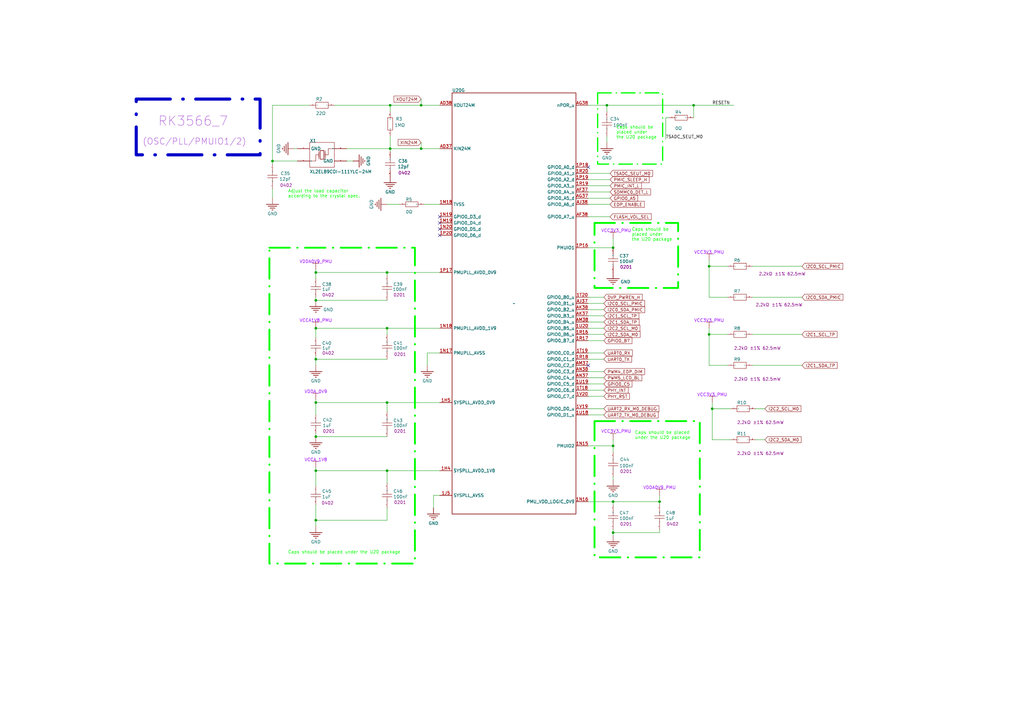
<source format=kicad_sch>
(kicad_sch (version 20250114) (generator "eeschema") (generator_version "9.0")
  (paper "A3")
  (rectangle (start 110.49 101.6) (end 170.18 231.14) (stroke (width 0.762) (type dash_dot) (color 0 255 0 1)))
  (rectangle (start 243.84 91.44) (end 278.13 118.11) (stroke (width 0.762) (type dash_dot) (color 0 255 0 1)))
  (rectangle (start 55.88 40.64) (end 106.68 63.5) (stroke (width 1.27) (type dash_dot)))
  (rectangle (start 245.11 38.1) (end 271.78 67.31) (stroke (width 0.508) (type dash_dot) (color 0 255 0 1)))
  (rectangle (start 243.84 172.72) (end 287.02 228.6) (stroke (width 0.762) (type dash_dot) (color 0 255 0 1)))
  (text "(OSC/PLL/PMUIO1/2)" (at 58.42 59.69 0) (effects (font (size 2.54 2.54)) (justify left bottom)))
  (text "Caps should be \nplaced under \nthe U20 package" (at 259.08 99.06 0) (effects (font (size 1.27 1.27)) (justify left bottom)))
  (text "RK3566_7" (at 64.77 52.07 0) (effects (font (size 3.81 3.81)) (justify left bottom)))
  (text "Adjust the load capacitor\naccording to the crystal spec." (at 118.11 81.28 0) (effects (font (size 1.27 1.27)) (justify left bottom)))
  (text "Caps should be \nplaced under \nthe U20 package" (at 252.73 57.15 0) (effects (font (size 1.27 1.27)) (justify left bottom)))
  (text "Caps should be placed under the U20 package" (at 118.11 227.33 0) (effects (font (size 1.27 1.27)) (justify left bottom)))
  (text "Caps should be placed \nunder the U20 package" (at 260.35 180.34 0) (effects (font (size 1.27 1.27)) (justify left bottom)))
  (junction (at 129.54 147.32))
  (junction (at 129.54 123.19))
  (junction (at 251.46 182.88))
  (junction (at 129.54 134.62))
  (junction (at 172.72 60.96))
  (junction (at 251.46 101.6))
  (junction (at 172.72 43.18))
  (junction (at 160.02 43.18))
  (junction (at 158.75 165.1))
  (junction (at 129.54 213.36))
  (junction (at 111.76 66.04))
  (junction (at 160.02 60.96))
  (junction (at 292.1 167.64))
  (junction (at 129.54 179.07))
  (junction (at 251.46 205.74))
  (junction (at 251.46 218.44))
  (junction (at 158.75 111.76))
  (junction (at 284.48 43.18))
  (junction (at 129.54 165.1))
  (junction (at 270.51 205.74))
  (junction (at 290.83 109.22))
  (junction (at 158.75 134.62))
  (junction (at 129.54 193.04))
  (junction (at 290.83 137.16))
  (junction (at 129.54 111.76))
  (junction (at 248.92 43.18))
  (junction (at 158.75 193.04))
  (no_connect (at 180.34 91.44))
  (no_connect (at 180.34 88.9))
  (no_connect (at 241.3 68.58))
  (no_connect (at 180.34 93.98))
  (no_connect (at 180.34 96.52))
  (no_connect (at 241.3 149.86))
  (wire (pts (xy 247.65 127) (xy 241.3 127)))
  (wire (pts (xy 270.51 205.74) (xy 251.46 205.74)))
  (wire (pts (xy 270.51 205.74) (xy 270.51 207.01)))
  (wire (pts (xy 129.54 114.3) (xy 129.54 111.76)))
  (wire (pts (xy 241.3 182.88) (xy 251.46 182.88)))
  (wire (pts (xy 251.46 205.74) (xy 241.3 205.74)))
  (wire (pts (xy 309.88 180.34) (xy 313.69 180.34)))
  (wire (pts (xy 158.75 193.04) (xy 180.34 193.04)))
  (wire (pts (xy 129.54 111.76) (xy 158.75 111.76)))
  (wire (pts (xy 129.54 147.32) (xy 129.54 146.05)))
  (wire (pts (xy 111.76 43.18) (xy 111.76 66.04)))
  (wire (pts (xy 158.75 134.62) (xy 158.75 137.16)))
  (wire (pts (xy 142.24 66.04) (xy 144.78 66.04)))
  (wire (pts (xy 300.99 43.18) (xy 284.48 43.18)))
  (wire (pts (xy 241.3 71.12) (xy 250.19 71.12)))
  (wire (pts (xy 111.76 66.04) (xy 121.92 66.04)))
  (wire (pts (xy 241.3 139.7) (xy 247.65 139.7)))
  (wire (pts (xy 251.46 182.88) (xy 251.46 180.34)))
  (wire (pts (xy 299.72 180.34) (xy 292.1 180.34)))
  (wire (pts (xy 284.48 43.18) (xy 284.48 48.26)))
  (wire (pts (xy 129.54 170.18) (xy 129.54 165.1)))
  (wire (pts (xy 137.16 43.18) (xy 160.02 43.18)))
  (wire (pts (xy 111.76 43.18) (xy 127 43.18)))
  (wire (pts (xy 250.19 76.2) (xy 241.3 76.2)))
  (wire (pts (xy 250.19 73.66) (xy 241.3 73.66)))
  (wire (pts (xy 290.83 137.16) (xy 290.83 149.86)))
  (wire (pts (xy 251.46 205.74) (xy 251.46 207.01)))
  (wire (pts (xy 290.83 109.22) (xy 290.83 121.92)))
  (wire (pts (xy 129.54 191.77) (xy 129.54 193.04)))
  (wire (pts (xy 160.02 60.96) (xy 160.02 62.23)))
  (wire (pts (xy 129.54 147.32) (xy 158.75 147.32)))
  (wire (pts (xy 175.26 149.86) (xy 175.26 144.78)))
  (wire (pts (xy 241.3 154.94) (xy 247.65 154.94)))
  (wire (pts (xy 290.83 109.22) (xy 290.83 106.68)))
  (wire (pts (xy 251.46 218.44) (xy 251.46 219.71)))
  (wire (pts (xy 309.88 167.64) (xy 313.69 167.64)))
  (wire (pts (xy 284.48 43.18) (xy 248.92 43.18)))
  (wire (pts (xy 241.3 170.18) (xy 247.65 170.18)))
  (wire (pts (xy 129.54 199.39) (xy 129.54 193.04)))
  (wire (pts (xy 180.34 111.76) (xy 158.75 111.76)))
  (wire (pts (xy 292.1 180.34) (xy 292.1 167.64)))
  (wire (pts (xy 290.83 137.16) (xy 290.83 134.62)))
  (wire (pts (xy 328.93 149.86) (xy 308.61 149.86)))
  (wire (pts (xy 129.54 179.07) (xy 158.75 179.07)))
  (wire (pts (xy 158.75 165.1) (xy 158.75 168.91)))
  (wire (pts (xy 129.54 123.19) (xy 158.75 123.19)))
  (wire (pts (xy 129.54 165.1) (xy 158.75 165.1)))
  (wire (pts (xy 248.92 43.18) (xy 248.92 45.72)))
  (wire (pts (xy 129.54 123.19) (xy 129.54 121.92)))
  (wire (pts (xy 129.54 110.49) (xy 129.54 111.76)))
  (wire (pts (xy 241.3 157.48) (xy 247.65 157.48)))
  (wire (pts (xy 250.19 78.74) (xy 241.3 78.74)))
  (wire (pts (xy 129.54 213.36) (xy 158.75 213.36)))
  (wire (pts (xy 175.26 144.78) (xy 180.34 144.78)))
  (wire (pts (xy 328.93 137.16) (xy 308.61 137.16)))
  (wire (pts (xy 328.93 109.22) (xy 308.61 109.22)))
  (wire (pts (xy 251.46 195.58) (xy 251.46 196.85)))
  (wire (pts (xy 274.32 48.26) (xy 273.05 48.26)))
  (wire (pts (xy 129.54 179.07) (xy 129.54 177.8)))
  (wire (pts (xy 172.72 58.42) (xy 172.72 60.96)))
  (wire (pts (xy 247.65 152.4) (xy 241.3 152.4)))
  (wire (pts (xy 158.75 111.76) (xy 158.75 113.03)))
  (wire (pts (xy 247.65 160.02) (xy 241.3 160.02)))
  (wire (pts (xy 270.51 217.17) (xy 270.51 218.44)))
  (wire (pts (xy 241.3 83.82) (xy 250.19 83.82)))
  (wire (pts (xy 328.93 121.92) (xy 308.61 121.92)))
  (wire (pts (xy 129.54 193.04) (xy 158.75 193.04)))
  (wire (pts (xy 251.46 185.42) (xy 251.46 182.88)))
  (wire (pts (xy 111.76 81.28) (xy 111.76 77.47)))
  (wire (pts (xy 163.83 83.82) (xy 158.75 83.82)))
  (wire (pts (xy 160.02 43.18) (xy 160.02 45.72)))
  (wire (pts (xy 177.8 208.28) (xy 177.8 203.2)))
  (wire (pts (xy 129.54 149.86) (xy 129.54 147.32)))
  (wire (pts (xy 241.3 134.62) (xy 247.65 134.62)))
  (wire (pts (xy 158.75 208.28) (xy 158.75 213.36)))
  (wire (pts (xy 292.1 165.1) (xy 292.1 167.64)))
  (wire (pts (xy 241.3 137.16) (xy 247.65 137.16)))
  (wire (pts (xy 241.3 167.64) (xy 247.65 167.64)))
  (wire (pts (xy 180.34 83.82) (xy 173.99 83.82)))
  (wire (pts (xy 172.72 60.96) (xy 180.34 60.96)))
  (wire (pts (xy 111.76 67.31) (xy 111.76 66.04)))
  (wire (pts (xy 292.1 167.64) (xy 299.72 167.64)))
  (wire (pts (xy 241.3 132.08) (xy 247.65 132.08)))
  (wire (pts (xy 158.75 165.1) (xy 180.34 165.1)))
  (wire (pts (xy 270.51 205.74) (xy 270.51 203.2)))
  (wire (pts (xy 241.3 129.54) (xy 247.65 129.54)))
  (wire (pts (xy 251.46 101.6) (xy 241.3 101.6)))
  (wire (pts (xy 158.75 134.62) (xy 180.34 134.62)))
  (wire (pts (xy 247.65 124.46) (xy 241.3 124.46)))
  (wire (pts (xy 172.72 40.64) (xy 172.72 43.18)))
  (wire (pts (xy 270.51 218.44) (xy 251.46 218.44)))
  (wire (pts (xy 160.02 55.88) (xy 160.02 60.96)))
  (wire (pts (xy 247.65 121.92) (xy 241.3 121.92)))
  (wire (pts (xy 158.75 193.04) (xy 158.75 198.12)))
  (wire (pts (xy 290.83 121.92) (xy 298.45 121.92)))
  (wire (pts (xy 251.46 101.6) (xy 251.46 97.79)))
  (wire (pts (xy 129.54 165.1) (xy 129.54 163.83)))
  (wire (pts (xy 121.92 60.96) (xy 120.65 60.96)))
  (wire (pts (xy 160.02 60.96) (xy 142.24 60.96)))
  (wire (pts (xy 160.02 43.18) (xy 172.72 43.18)))
  (wire (pts (xy 241.3 144.78) (xy 247.65 144.78)))
  (wire (pts (xy 177.8 203.2) (xy 180.34 203.2)))
  (wire (pts (xy 248.92 55.88) (xy 248.92 58.42)))
  (wire (pts (xy 160.02 60.96) (xy 172.72 60.96)))
  (wire (pts (xy 248.92 43.18) (xy 241.3 43.18)))
  (wire (pts (xy 241.3 81.28) (xy 250.19 81.28)))
  (wire (pts (xy 129.54 134.62) (xy 158.75 134.62)))
  (wire (pts (xy 273.05 48.26) (xy 273.05 57.15)))
  (wire (pts (xy 298.45 109.22) (xy 290.83 109.22)))
  (wire (pts (xy 172.72 43.18) (xy 180.34 43.18)))
  (wire (pts (xy 298.45 137.16) (xy 290.83 137.16)))
  (wire (pts (xy 129.54 213.36) (xy 129.54 215.9)))
  (wire (pts (xy 250.19 88.9) (xy 241.3 88.9)))
  (wire (pts (xy 241.3 147.32) (xy 247.65 147.32)))
  (wire (pts (xy 129.54 213.36) (xy 129.54 207.01)))
  (wire (pts (xy 247.65 162.56) (xy 241.3 162.56)))
  (wire (pts (xy 251.46 218.44) (xy 251.46 217.17)))
  (wire (pts (xy 129.54 134.62) (xy 129.54 138.43)))
  (wire (pts (xy 290.83 149.86) (xy 298.45 149.86)))
  (label "RESETN" (at 292.1 43.18 0))
  (label "TSADC_SEUT_M0" (at 273.05 57.15 0))
  (global_label "XOUT24M" (shape input) (at 172.72 40.64 180) (property "Intersheetrefs" "${INTERSHEET_REFS}" (effects (hide yes))))
  (global_label "I2C0_SCL_PMIC" (shape input) (at 328.93 109.22 0) (property "Intersheetrefs" "${INTERSHEET_REFS}" (effects (hide yes))))
  (global_label "I2C1_SDA_TP" (shape input) (at 247.65 132.08 0) (property "Intersheetrefs" "${INTERSHEET_REFS}" (effects (hide yes))))
  (global_label "UART2_RX_M0_DEBUG" (shape input) (at 247.65 167.64 0) (property "Intersheetrefs" "${INTERSHEET_REFS}" (effects (hide yes))))
  (global_label "I2C2_SCL_M0" (shape input) (at 313.69 167.64 0) (property "Intersheetrefs" "${INTERSHEET_REFS}" (effects (hide yes))))
  (global_label "I2C0_SCL_PMIC" (shape input) (at 247.65 124.46 0) (property "Intersheetrefs" "${INTERSHEET_REFS}" (effects (hide yes))))
  (global_label "PMIC_SLEEP_H" (shape input) (at 250.19 73.66 0) (property "Intersheetrefs" "${INTERSHEET_REFS}" (effects (hide yes))))
  (global_label "UART0_RX" (shape input) (at 247.65 144.78 0) (property "Intersheetrefs" "${INTERSHEET_REFS}" (effects (hide yes))))
  (global_label "GPIO0_A5" (shape input) (at 250.19 81.28 0) (property "Intersheetrefs" "${INTERSHEET_REFS}" (effects (hide yes))))
  (global_label "FLASH_VOL_SEL" (shape input) (at 250.19 88.9 0) (property "Intersheetrefs" "${INTERSHEET_REFS}" (effects (hide yes))))
  (global_label "DVP_PWREN_H" (shape input) (at 247.65 121.92 0) (property "Intersheetrefs" "${INTERSHEET_REFS}" (effects (hide yes))))
  (global_label "PMIC_INT_L" (shape input) (at 250.19 76.2 0) (property "Intersheetrefs" "${INTERSHEET_REFS}" (effects (hide yes))))
  (global_label "I2C0_SDA_PMIC" (shape input) (at 247.65 127 0) (property "Intersheetrefs" "${INTERSHEET_REFS}" (effects (hide yes))))
  (global_label "SDMMC0_DET_L" (shape input) (at 250.19 78.74 0) (property "Intersheetrefs" "${INTERSHEET_REFS}" (effects (hide yes))))
  (global_label "PWM5_LCD_BL" (shape input) (at 247.65 154.94 0) (property "Intersheetrefs" "${INTERSHEET_REFS}" (effects (hide yes))))
  (global_label "I2C2_SDA_M0" (shape input) (at 313.69 180.34 0) (property "Intersheetrefs" "${INTERSHEET_REFS}" (effects (hide yes))))
  (global_label "TSADC_SEUT_M0" (shape input) (at 250.19 71.12 0) (property "Intersheetrefs" "${INTERSHEET_REFS}" (effects (hide yes))))
  (global_label "I2C1_SDA_TP" (shape input) (at 328.93 149.86 0) (property "Intersheetrefs" "${INTERSHEET_REFS}" (effects (hide yes))))
  (global_label "EDP_ENABLE" (shape input) (at 250.19 83.82 0) (property "Intersheetrefs" "${INTERSHEET_REFS}" (effects (hide yes))))
  (global_label "I2C2_SCL_M0" (shape input) (at 247.65 134.62 0) (property "Intersheetrefs" "${INTERSHEET_REFS}" (effects (hide yes))))
  (global_label "XIN24M" (shape input) (at 172.72 58.42 180) (property "Intersheetrefs" "${INTERSHEET_REFS}" (effects (hide yes))))
  (global_label "I2C2_SDA_M0" (shape input) (at 247.65 137.16 0) (property "Intersheetrefs" "${INTERSHEET_REFS}" (effects (hide yes))))
  (global_label "I2C0_SDA_PMIC" (shape input) (at 328.93 121.92 0) (property "Intersheetrefs" "${INTERSHEET_REFS}" (effects (hide yes))))
  (global_label "PHY_RST" (shape input) (at 247.65 162.56 0) (property "Intersheetrefs" "${INTERSHEET_REFS}" (effects (hide yes))))
  (global_label "UART2_TX_M0_DEBUG" (shape input) (at 247.65 170.18 0) (property "Intersheetrefs" "${INTERSHEET_REFS}" (effects (hide yes))))
  (global_label "GPIO0_C5" (shape input) (at 247.65 157.48 0) (property "Intersheetrefs" "${INTERSHEET_REFS}" (effects (hide yes))))
  (global_label "I2C1_SCL_TP" (shape input) (at 328.93 137.16 0) (property "Intersheetrefs" "${INTERSHEET_REFS}" (effects (hide yes))))
  (global_label "GPIO0_B7" (shape input) (at 247.65 139.7 0) (property "Intersheetrefs" "${INTERSHEET_REFS}" (effects (hide yes))))
  (global_label "UART0_TX" (shape input) (at 247.65 147.32 0) (property "Intersheetrefs" "${INTERSHEET_REFS}" (effects (hide yes))))
  (global_label "I2C1_SCL_TP" (shape input) (at 247.65 129.54 0) (property "Intersheetrefs" "${INTERSHEET_REFS}" (effects (hide yes))))
  (global_label "PWM4_EDP_DIM" (shape input) (at 247.65 152.4 0) (property "Intersheetrefs" "${INTERSHEET_REFS}" (effects (hide yes))))
  (global_label "PHY_INT" (shape input) (at 247.65 160.02 0) (property "Intersheetrefs" "${INTERSHEET_REFS}" (effects (hide yes))))
  (symbol (lib_id "LCSC Taish-easyedapro:Power-VCC") (at 129.54 110.49 0) (unit 1)
    (property "Reference" "#PWR0129" (effects (hide yes)))
    (property "Value" "VDDA0V9_PMU" (at 129.54 107.95 0) (effects (justify bottom)))
    (property "Footprint" "LCSC Taish-easyedapro:" (effects (hide yes)))
  )
  (symbol (lib_id "LCSC Taish-easyedapro:ERJ2RKF2201X") (at 304.8 180.34 0) (unit 1)
    (property "Reference" "R11" (at 302.26 178.5874 0) (effects (justify left bottom)))
    (property "Value" "2.2kΩ" (effects (hide yes)))
    (property "Footprint" "LCSC Taish-easyedapro:R0402" (effects (hide yes)))
    (property "Datasheet" "https://atta.szlcsc.com/upload/public/pdf/source/20200306/C422600_1E6D84923E4A46A82E41ADD87F860B5C.pdf" (effects (hide yes)))
    (property "Manufacturer Part" "0402WGF2201TCE" (effects (hide yes)))
    (property "Manufacturer" "UNI-ROYAL(厚声)" (effects (hide yes)))
    (property "Supplier Part" "C25879" (effects (hide yes)))
    (property "Supplier" "LCSC" (effects (hide yes)))
    (property "LCSC Part Name" "2.2kΩ ±1% 62.5mW" (at 302.26 186.69 0) (effects (justify left bottom)))
    (property "JLCPCB Part Class" "Basic Part" (effects (hide yes)))
  )
  (symbol (lib_id "LCSC Taish-easyedapro:Power-VCC") (at 129.54 134.62 0) (unit 1)
    (property "Reference" "#PWR0130" (effects (hide yes)))
    (property "Value" "VCCA1V8_PMU" (at 129.54 132.08 0) (effects (justify bottom)))
    (property "Footprint" "LCSC Taish-easyedapro:" (effects (hide yes)))
  )
  (symbol (lib_id "LCSC Taish-easyedapro:ERJ2RKF2201X") (at 303.53 137.16 0) (unit 1)
    (property "Reference" "R8" (at 300.99 135.4074 0) (effects (justify left bottom)))
    (property "Value" "2.2kΩ" (effects (hide yes)))
    (property "Footprint" "LCSC Taish-easyedapro:R0402" (effects (hide yes)))
    (property "Datasheet" "https://atta.szlcsc.com/upload/public/pdf/source/20200306/C422600_1E6D84923E4A46A82E41ADD87F860B5C.pdf" (effects (hide yes)))
    (property "Manufacturer Part" "0402WGF2201TCE" (effects (hide yes)))
    (property "Manufacturer" "UNI-ROYAL(厚声)" (effects (hide yes)))
    (property "Supplier Part" "C25879" (effects (hide yes)))
    (property "Supplier" "LCSC" (effects (hide yes)))
    (property "LCSC Part Name" "2.2kΩ ±1% 62.5mW" (at 300.99 143.51 0) (effects (justify left bottom)))
    (property "JLCPCB Part Class" "Basic Part" (effects (hide yes)))
  )
  (symbol (lib_id "LCSC Taish-easyedapro:ERJ2RKF2201X") (at 303.53 109.22 0) (unit 1)
    (property "Reference" "R6" (at 300.99 107.4674 0) (effects (justify left bottom)))
    (property "Value" "2.2kΩ" (effects (hide yes)))
    (property "Footprint" "LCSC Taish-easyedapro:R0402" (effects (hide yes)))
    (property "Datasheet" "https://atta.szlcsc.com/upload/public/pdf/source/20200306/C422600_1E6D84923E4A46A82E41ADD87F860B5C.pdf" (effects (hide yes)))
    (property "Manufacturer Part" "0402WGF2201TCE" (effects (hide yes)))
    (property "Manufacturer" "UNI-ROYAL(厚声)" (effects (hide yes)))
    (property "Supplier Part" "C25879" (effects (hide yes)))
    (property "Supplier" "LCSC" (effects (hide yes)))
    (property "LCSC Part Name" "2.2kΩ ±1% 62.5mW" (at 311.15 113.03 0) (effects (justify left bottom)))
    (property "JLCPCB Part Class" "Basic Part" (effects (hide yes)))
  )
  (symbol (lib_id "LCSC Taish-easyedapro:Power-VCC") (at 290.83 106.68 0) (unit 1)
    (property "Reference" "#PWR0143" (effects (hide yes)))
    (property "Value" "VCC3V3_PMU" (at 290.83 104.14 0) (effects (justify bottom)))
    (property "Footprint" "LCSC Taish-easyedapro:" (effects (hide yes)))
  )
  (symbol (lib_id "LCSC Taish-easyedapro:X1E000210127000G") (at 132.08 63.5 0) (unit 1)
    (property "Reference" "X1" (at 127.0762 58.4454 0) (effects (justify left bottom)))
    (property "Value" "XL2EL89COI-111YLC-24M" (at 127 71.1454 0) (effects (justify left bottom)))
    (property "Footprint" "LCSC Taish-easyedapro:OSC-SMD_4P-L3.2-W2.5-BL" (effects (hide yes)))
    (property "Datasheet" "https://atta.szlcsc.com/upload/public/pdf/source/20161130/1480474612820.pdf" (effects (hide yes)))
    (property "Description" "频率： 24MHZ 负载： 12PF 频率公差： ±10PPM 工作温度： -40~85℃" (effects (hide yes)))
    (property "Manufacturer Part" "XL2EL89COI-111YLC-24M" (effects (hide yes)))
    (property "Manufacturer" "YXC(扬兴晶振)" (effects (hide yes)))
    (property "Supplier Part" "C5444545" (effects (hide yes)))
    (property "Supplier" "LCSC" (effects (hide yes)))
    (property "LCSC Part Name" "24MHZ 12PF ±10PPM YSX321SL" (effects (hide yes)))
    (property "Crystal Type" "贴片无源晶振" (effects (hide yes)))
    (property "Equivalent Series Resistance (ESR)" "40Ω" (effects (hide yes)))
    (property "Frequency Stability" "-" (effects (hide yes)))
    (property "Frequency Tolerance" "±10ppm" (effects (hide yes)))
    (property "JLCPCB Part Class" "Extended Part" (effects (hide yes)))
    (property "Load Capacitance" "9pF" (effects (hide yes)))
    (property "Operating Temperature" "-40℃~+85℃" (effects (hide yes)))
  )
  (symbol (lib_id "LCSC Taish-easyedapro:Ground-GND") (at 129.54 149.86 0) (unit 1)
    (property "Reference" "#PWR0128" (effects (hide yes)))
    (property "Value" "GND" (at 129.54 156.21 0))
    (property "Footprint" "LCSC Taish-easyedapro:" (effects (hide yes)))
  )
  (symbol (lib_id "LCSC Taish-easyedapro:CL05A105KP5NNNC") (at 129.54 118.11 90) (unit 1)
    (property "Reference" "C38" (at 132.08 117.348 90) (effects (justify right top)))
    (property "Value" "1uF" (at 132.08 119.38 90) (effects (justify right top)))
    (property "Footprint" "Capacitor_SMD:C_0402_1005Metric" (effects (hide yes)))
    (property "Datasheet" "https://atta.szlcsc.com/upload/public/pdf/source/20160103/1457707670698.pdf" (effects (hide yes)))
    (property "Description" "容值:1uF;精度:±10%;额定电压:10V;材质(温度系数):X5R;" (effects (hide yes)))
    (property "Manufacturer Part" "CL05A105KP5NNNC" (effects (hide yes)))
    (property "Manufacturer" "SAMSUNG(三星)" (effects (hide yes)))
    (property "Supplier Part" "C14445" (effects (hide yes)))
    (property "Supplier" "LCSC" (effects (hide yes)))
    (property "LCSC Part Name" "1uF ±10% 10V" (effects (hide yes)))
    (property "Supplier Footprint" "0402" (at 132.08 121.666 90) (effects (justify right top)))
  )
  (symbol (lib_id "LCSC Taish-easyedapro:CL05B104KB54PNC") (at 251.46 190.5 90) (unit 1)
    (property "Reference" "C44" (at 254.254 189.23 90) (effects (justify right top)))
    (property "Value" "100nF" (at 254 191.77 90) (effects (justify right top)))
    (property "Footprint" "Capacitor_SMD:C_0402_1005Metric" (effects (hide yes)))
    (property "Datasheet" "https://atta.szlcsc.com/upload/public/pdf/source/20181009/C307380_E0679AAF9658ADA26DBF30CED0CA6925.pdf" (effects (hide yes)))
    (property "Description" "容值:100nF;精度:±10%;额定电压:50V;材质(温度系数):X7R;" (effects (hide yes)))
    (property "Manufacturer Part" "CL03A104KO3NNNC" (effects (hide yes)))
    (property "Manufacturer" "SAMSUNG(三星)" (effects (hide yes)))
    (property "Supplier Part" "C307380" (effects (hide yes)))
    (property "Supplier" "LCSC" (effects (hide yes)))
    (property "LCSC Part Name" "100nF ±10% 16V" (effects (hide yes)))
    (property "JLCPCB Part Class" "Extended Part" (effects (hide yes)))
    (property "Supplier Footprint" "0201" (at 254.254 194.056 90) (effects (justify right top)))
  )
  (symbol (lib_id "LCSC Taish-easyedapro:CL05B104KB54PNC") (at 158.75 118.11 90) (unit 1)
    (property "Reference" "C39" (at 161.29 117.348 90) (effects (justify right top)))
    (property "Value" "100nF" (at 161.036 119.38 90) (effects (justify right top)))
    (property "Footprint" "Capacitor_SMD:C_0402_1005Metric" (effects (hide yes)))
    (property "Datasheet" "https://atta.szlcsc.com/upload/public/pdf/source/20181009/C307380_E0679AAF9658ADA26DBF30CED0CA6925.pdf" (effects (hide yes)))
    (property "Description" "容值:100nF;精度:±10%;额定电压:50V;材质(温度系数):X7R;" (effects (hide yes)))
    (property "Manufacturer Part" "CL03A104KO3NNNC" (effects (hide yes)))
    (property "Manufacturer" "SAMSUNG(三星)" (effects (hide yes)))
    (property "Supplier Part" "C307380" (effects (hide yes)))
    (property "Supplier" "LCSC" (effects (hide yes)))
    (property "LCSC Part Name" "100nF ±10% 16V" (effects (hide yes)))
    (property "JLCPCB Part Class" "Extended Part" (effects (hide yes)))
    (property "Supplier Footprint" "0201" (at 161.29 121.666 90) (effects (justify right top)))
  )
  (symbol (lib_id "LCSC Taish-easyedapro:Ground-GND") (at 177.8 208.28 0) (unit 1)
    (property "Reference" "#PWR0133" (effects (hide yes)))
    (property "Value" "GND" (at 177.8 214.63 0))
    (property "Footprint" "LCSC Taish-easyedapro:" (effects (hide yes)))
  )
  (symbol (lib_id "LCSC Taish-easyedapro:Power-VCC") (at 270.51 203.2 0) (unit 1)
    (property "Reference" "#PWR0134" (effects (hide yes)))
    (property "Value" "VDDA0V9_PMU" (at 270.51 200.66 0) (effects (justify bottom)))
    (property "Footprint" "LCSC Taish-easyedapro:" (effects (hide yes)))
  )
  (symbol (lib_id "LCSC Taish-easyedapro:RK3566") (at 210.82 124.46 0) (unit 7)
    (property "Reference" "U20" (at 185.42 37.7444 0) (effects (justify left bottom)))
    (property "Value" "~" (at 210.82 124.46 0))
    (property "Footprint" "LCSC Taish-easyedapro:RK3566" (effects (hide yes)))
  )
  (symbol (lib_id "LCSC Taish-easyedapro:CL05A105KP5NNNC") (at 129.54 142.24 270) (unit 1)
    (property "Reference" "C40" (at 132.08 141.478 90) (effects (justify left bottom)))
    (property "Value" "1uF" (at 132.08 143.51 90) (effects (justify left bottom)))
    (property "Footprint" "Capacitor_SMD:C_0402_1005Metric" (effects (hide yes)))
    (property "Datasheet" "https://atta.szlcsc.com/upload/public/pdf/source/20160103/1457707670698.pdf" (effects (hide yes)))
    (property "Description" "容值:1uF;精度:±10%;额定电压:10V;材质(温度系数):X5R;" (effects (hide yes)))
    (property "Manufacturer Part" "CL05A105KP5NNNC" (effects (hide yes)))
    (property "Manufacturer" "SAMSUNG(三星)" (effects (hide yes)))
    (property "Supplier Part" "C14445" (effects (hide yes)))
    (property "Supplier" "LCSC" (effects (hide yes)))
    (property "LCSC Part Name" "1uF ±10% 10V" (effects (hide yes)))
    (property "Supplier Footprint" "0402" (at 132.08 145.542 90) (effects (justify left bottom)))
  )
  (symbol (lib_id "LCSC Taish-easyedapro:GJM1555C1H180GB01D") (at 111.76 72.39 90) (unit 1)
    (property "Reference" "C35" (at 115.062 71.8566 90) (effects (justify right top)))
    (property "Value" "12pF" (at 114.554 74.168 90) (effects (justify right top)))
    (property "Footprint" "Capacitor_SMD:C_0402_1005Metric" (effects (hide yes)))
    (property "Datasheet" "https://atta.szlcsc.com/upload/public/pdf/source/20200305/C486355_26A10D38EF8C2A5C37091D0039909270.pdf" (effects (hide yes)))
    (property "Description" "容值:18pF;精度:±2%;额定电压:50V;材质(温度系数):C0G;" (effects (hide yes)))
    (property "Manufacturer Part" "0402CG120J500NT" (effects (hide yes)))
    (property "Manufacturer" "FH(风华)" (effects (hide yes)))
    (property "Supplier Part" "C1547" (effects (hide yes)))
    (property "Supplier" "LCSC" (effects (hide yes)))
    (property "LCSC Part Name" "12pF ±5% 50V" (effects (hide yes)))
    (property "Supplier Footprint" "0402" (at 114.808 76.708 90) (effects (justify right top)))
  )
  (symbol (lib_id "LCSC Taish-easyedapro:ERJ2RKF2201X") (at 303.53 121.92 0) (unit 1)
    (property "Reference" "R7" (at 300.99 120.1674 0) (effects (justify left bottom)))
    (property "Value" "2.2kΩ" (effects (hide yes)))
    (property "Footprint" "LCSC Taish-easyedapro:R0402" (effects (hide yes)))
    (property "Datasheet" "https://atta.szlcsc.com/upload/public/pdf/source/20200306/C422600_1E6D84923E4A46A82E41ADD87F860B5C.pdf" (effects (hide yes)))
    (property "Manufacturer Part" "0402WGF2201TCE" (effects (hide yes)))
    (property "Manufacturer" "UNI-ROYAL(厚声)" (effects (hide yes)))
    (property "Supplier Part" "C25879" (effects (hide yes)))
    (property "Supplier" "LCSC" (effects (hide yes)))
    (property "LCSC Part Name" "2.2kΩ ±1% 62.5mW" (at 309.88 125.73 0) (effects (justify left bottom)))
    (property "JLCPCB Part Class" "Basic Part" (effects (hide yes)))
  )
  (symbol (lib_id "LCSC Taish-easyedapro:Ground-GND") (at 160.02 72.39 0) (unit 1)
    (property "Reference" "#PWR0124" (effects (hide yes)))
    (property "Value" "GND" (at 160.02 78.74 0))
    (property "Footprint" "LCSC Taish-easyedapro:" (effects (hide yes)))
  )
  (symbol (lib_id "LCSC Taish-easyedapro:Ground-GND") (at 248.92 58.42 0) (unit 1)
    (property "Reference" "#PWR0139" (effects (hide yes)))
    (property "Value" "GND" (at 248.92 64.77 0))
    (property "Footprint" "LCSC Taish-easyedapro:" (effects (hide yes)))
  )
  (symbol (lib_id "LCSC Taish-easyedapro:Ground-GND") (at 129.54 123.19 0) (unit 1)
    (property "Reference" "#PWR0131" (effects (hide yes)))
    (property "Value" "GND" (at 134.62 127 0))
    (property "Footprint" "LCSC Taish-easyedapro:" (effects (hide yes)))
  )
  (symbol (lib_id "LCSC Taish-easyedapro:ERJ2GE0R00X") (at 168.91 83.82 0) (unit 1)
    (property "Reference" "R5" (at 166.37 82.55 0) (effects (justify left bottom)))
    (property "Value" "0Ω" (at 166.37 87.63 0) (effects (justify left bottom)))
    (property "Footprint" "LCSC Taish-easyedapro:R0402" (effects (hide yes)))
    (property "Datasheet" "https://atta.szlcsc.com/upload/public/pdf/source/20200306/C422600_1E6D84923E4A46A82E41ADD87F860B5C.pdf" (effects (hide yes)))
    (property "Description" "电阻类型:-;阻值:0Ω;功率:100mW;温度系数:-100ppm/°C~+600ppm/°C;最大工作电压:-;工作温度范围:-55°C~+155°C;" (effects (hide yes)))
    (property "Manufacturer Part" "0201WMF0000TEE" (effects (hide yes)))
    (property "Manufacturer" "UNI-ROYAL(厚声)" (effects (hide yes)))
    (property "Supplier Part" "C473473" (effects (hide yes)))
    (property "Supplier" "LCSC" (effects (hide yes)))
    (property "LCSC Part Name" "0Ω ±1% 50mW" (effects (hide yes)))
    (property "Temperature Coefficient" "-100ppm/℃~+600ppm/℃" (effects (hide yes)))
  )
  (symbol (lib_id "LCSC Taish-easyedapro:CL05B104KB54PNC") (at 248.92 50.8 90) (unit 1)
    (property "Reference" "C34" (at 250.19 49.53 90) (effects (justify right top)))
    (property "Value" "100nF" (at 251.46 52.07 90) (effects (justify right top)))
    (property "Footprint" "Capacitor_SMD:C_0402_1005Metric" (effects (hide yes)))
    (property "Datasheet" "https://atta.szlcsc.com/upload/public/pdf/source/20181009/C307380_E0679AAF9658ADA26DBF30CED0CA6925.pdf" (effects (hide yes)))
    (property "Description" "容值:100nF;精度:±10%;额定电压:50V;材质(温度系数):X7R;" (effects (hide yes)))
    (property "Manufacturer Part" "CL03A104KO3NNNC" (effects (hide yes)))
    (property "Manufacturer" "SAMSUNG(三星)" (effects (hide yes)))
    (property "Supplier Part" "C307380" (effects (hide yes)))
    (property "Supplier" "LCSC" (effects (hide yes)))
    (property "LCSC Part Name" "100nF ±10% 16V" (effects (hide yes)))
    (property "JLCPCB Part Class" "Extended Part" (effects (hide yes)))
  )
  (symbol (lib_id "LCSC Taish-easyedapro:CL05B104KB54PNC") (at 158.75 142.24 90) (unit 1)
    (property "Reference" "C41" (at 161.29 141.478 90) (effects (justify right top)))
    (property "Value" "100nF" (at 161.29 143.51 90) (effects (justify right top)))
    (property "Footprint" "Capacitor_SMD:C_0402_1005Metric" (effects (hide yes)))
    (property "Datasheet" "https://atta.szlcsc.com/upload/public/pdf/source/20181009/C307380_E0679AAF9658ADA26DBF30CED0CA6925.pdf" (effects (hide yes)))
    (property "Description" "容值:100nF;精度:±10%;额定电压:50V;材质(温度系数):X7R;" (effects (hide yes)))
    (property "Manufacturer Part" "CL03A104KO3NNNC" (effects (hide yes)))
    (property "Manufacturer" "SAMSUNG(三星)" (effects (hide yes)))
    (property "Supplier Part" "C307380" (effects (hide yes)))
    (property "Supplier" "LCSC" (effects (hide yes)))
    (property "LCSC Part Name" "100nF ±10% 16V" (effects (hide yes)))
    (property "JLCPCB Part Class" "Extended Part" (effects (hide yes)))
    (property "Supplier Footprint" "0201" (at 161.544 146.05 90) (effects (justify right top)))
  )
  (symbol (lib_id "LCSC Taish-easyedapro:Power-VCC") (at 290.83 134.62 0) (unit 1)
    (property "Reference" "#PWR0142" (effects (hide yes)))
    (property "Value" "VCC3V3_PMU" (at 290.83 132.08 0) (effects (justify bottom)))
    (property "Footprint" "LCSC Taish-easyedapro:" (effects (hide yes)))
  )
  (symbol (lib_id "LCSC Taish-easyedapro:Ground-GND") (at 158.75 83.82 270) (unit 1)
    (property "Reference" "#PWR0119" (effects (hide yes)))
    (property "Value" "GND" (at 152.4 83.82 0))
    (property "Footprint" "LCSC Taish-easyedapro:" (effects (hide yes)))
  )
  (symbol (lib_id "LCSC Taish-easyedapro:Ground-GND") (at 144.78 66.04 90) (unit 1)
    (property "Reference" "#PWR0123" (effects (hide yes)))
    (property "Value" "GND" (at 151.13 66.04 0))
    (property "Footprint" "LCSC Taish-easyedapro:" (effects (hide yes)))
  )
  (symbol (lib_id "LCSC Taish-easyedapro:Power-VCC") (at 292.1 165.1 0) (unit 1)
    (property "Reference" "#PWR0141" (effects (hide yes)))
    (property "Value" "VCC3V3_PMU" (at 292.1 162.56 0) (effects (justify bottom)))
    (property "Footprint" "LCSC Taish-easyedapro:" (effects (hide yes)))
  )
  (symbol (lib_id "LCSC Taish-easyedapro:Power-VCC") (at 251.46 180.34 0) (unit 1)
    (property "Reference" "#PWR0136" (effects (hide yes)))
    (property "Value" "VCC3V3_PMU" (at 252.73 177.546 0) (effects (justify bottom)))
    (property "Footprint" "LCSC Taish-easyedapro:" (effects (hide yes)))
  )
  (symbol (lib_id "LCSC Taish-easyedapro:Ground-GND") (at 175.26 149.86 0) (unit 1)
    (property "Reference" "#PWR0121" (effects (hide yes)))
    (property "Value" "GND" (at 175.26 156.21 0))
    (property "Footprint" "LCSC Taish-easyedapro:" (effects (hide yes)))
  )
  (symbol (lib_id "LCSC Taish-easyedapro:CL05B104KB54PNC") (at 158.75 173.99 90) (unit 1)
    (property "Reference" "C43" (at 161.29 173.228 90) (effects (justify right top)))
    (property "Value" "100nF" (at 161.29 175.26 90) (effects (justify right top)))
    (property "Footprint" "Capacitor_SMD:C_0402_1005Metric" (effects (hide yes)))
    (property "Datasheet" "https://atta.szlcsc.com/upload/public/pdf/source/20181009/C307380_E0679AAF9658ADA26DBF30CED0CA6925.pdf" (effects (hide yes)))
    (property "Description" "容值:100nF;精度:±10%;额定电压:50V;材质(温度系数):X7R;" (effects (hide yes)))
    (property "Manufacturer Part" "CL03A104KO3NNNC" (effects (hide yes)))
    (property "Manufacturer" "SAMSUNG(三星)" (effects (hide yes)))
    (property "Supplier Part" "C307380" (effects (hide yes)))
    (property "Supplier" "LCSC" (effects (hide yes)))
    (property "LCSC Part Name" "100nF ±10% 16V" (effects (hide yes)))
    (property "JLCPCB Part Class" "Extended Part" (effects (hide yes)))
    (property "Supplier Footprint" "0201" (at 161.544 177.546 90) (effects (justify right top)))
  )
  (symbol (lib_id "LCSC Taish-easyedapro:Power-VCC") (at 129.54 191.77 0) (unit 1)
    (property "Reference" "#PWR0126" (effects (hide yes)))
    (property "Value" "VCCA_1V8" (at 129.54 189.23 0) (effects (justify bottom)))
    (property "Footprint" "LCSC Taish-easyedapro:" (effects (hide yes)))
  )
  (symbol (lib_id "LCSC Taish-easyedapro:RMC04021M5%N") (at 160.02 50.8 90) (unit 1)
    (property "Reference" "R3" (at 162.306 49.53 90) (effects (justify right top)))
    (property "Value" "1MΩ" (at 161.798 52.07 90) (effects (justify right top)))
    (property "Footprint" "LCSC Taish-easyedapro:R0402" (effects (hide yes)))
    (property "Datasheet" "https://atta.szlcsc.com/upload/public/pdf/source/20190115/C325525_90ADED69DA9348756F9671214E48FF04.pdf" (effects (hide yes)))
    (property "Description" "阻值:1MΩ;精度:±5%;功率:62.5mW;" (effects (hide yes)))
    (property "Manufacturer Part" "RMC04021M5%N" (effects (hide yes)))
    (property "Manufacturer" "Tyohm(幸亚电阻)" (effects (hide yes)))
    (property "Supplier Part" "C325525" (effects (hide yes)))
    (property "Supplier" "LCSC" (effects (hide yes)))
    (property "LCSC Part Name" "1MΩ ±5% 62.5mW" (effects (hide yes)))
  )
  (symbol (lib_id "LCSC Taish-easyedapro:GJM1555C1H180GB01D") (at 160.02 67.31 90) (unit 1)
    (property "Reference" "C36" (at 163.322 66.7766 90) (effects (justify right top)))
    (property "Value" "12pF" (at 163.068 69.088 90) (effects (justify right top)))
    (property "Footprint" "Capacitor_SMD:C_0402_1005Metric" (effects (hide yes)))
    (property "Datasheet" "https://atta.szlcsc.com/upload/public/pdf/source/20200305/C486355_26A10D38EF8C2A5C37091D0039909270.pdf" (effects (hide yes)))
    (property "Description" "容值:18pF;精度:±2%;额定电压:50V;材质(温度系数):C0G;" (effects (hide yes)))
    (property "Manufacturer Part" "0402CG120J500NT" (effects (hide yes)))
    (property "Manufacturer" "FH(风华)" (effects (hide yes)))
    (property "Supplier Part" "C1547" (effects (hide yes)))
    (property "Supplier" "LCSC" (effects (hide yes)))
    (property "LCSC Part Name" "12pF ±5% 50V" (effects (hide yes)))
    (property "Supplier Footprint" "0402" (at 163.322 71.628 90) (effects (justify right top)))
  )
  (symbol (lib_id "LCSC Taish-easyedapro:CL05B104KB54PNC") (at 251.46 106.68 90) (unit 1)
    (property "Reference" "C37" (at 254 105.664 90) (effects (justify right top)))
    (property "Value" "100nF" (at 254 107.95 90) (effects (justify right top)))
    (property "Footprint" "Capacitor_SMD:C_0402_1005Metric" (effects (hide yes)))
    (property "Datasheet" "https://atta.szlcsc.com/upload/public/pdf/source/20181009/C307380_E0679AAF9658ADA26DBF30CED0CA6925.pdf" (effects (hide yes)))
    (property "Description" "容值:100nF;精度:±10%;额定电压:50V;材质(温度系数):X7R;" (effects (hide yes)))
    (property "Manufacturer Part" "CL03A104KO3NNNC" (effects (hide yes)))
    (property "Manufacturer" "SAMSUNG(三星)" (effects (hide yes)))
    (property "Supplier Part" "C307380" (effects (hide yes)))
    (property "Supplier" "LCSC" (effects (hide yes)))
    (property "LCSC Part Name" "100nF ±10% 16V" (effects (hide yes)))
    (property "JLCPCB Part Class" "Extended Part" (effects (hide yes)))
    (property "Supplier Footprint" "0201" (at 254.254 110.236 90) (effects (justify right top)))
  )
  (symbol (lib_id "LCSC Taish-easyedapro:ERJ2RKF2201X") (at 304.8 167.64 0) (unit 1)
    (property "Reference" "R10" (at 302.26 165.8874 0) (effects (justify left bottom)))
    (property "Value" "2.2kΩ" (effects (hide yes)))
    (property "Footprint" "LCSC Taish-easyedapro:R0402" (effects (hide yes)))
    (property "Datasheet" "https://atta.szlcsc.com/upload/public/pdf/source/20200306/C422600_1E6D84923E4A46A82E41ADD87F860B5C.pdf" (effects (hide yes)))
    (property "Manufacturer Part" "0402WGF2201TCE" (effects (hide yes)))
    (property "Manufacturer" "UNI-ROYAL(厚声)" (effects (hide yes)))
    (property "Supplier Part" "C25879" (effects (hide yes)))
    (property "Supplier" "LCSC" (effects (hide yes)))
    (property "LCSC Part Name" "2.2kΩ ±1% 62.5mW" (at 302.26 173.99 0) (effects (justify left bottom)))
    (property "JLCPCB Part Class" "Basic Part" (effects (hide yes)))
  )
  (symbol (lib_id "LCSC Taish-easyedapro:Ground-GND") (at 120.65 60.96 270) (unit 1)
    (property "Reference" "#PWR0122" (effects (hide yes)))
    (property "Value" "GND" (at 114.3 60.96 0))
    (property "Footprint" "LCSC Taish-easyedapro:" (effects (hide yes)))
  )
  (symbol (lib_id "LCSC Taish-easyedapro:CL05A105KP5NNNC") (at 129.54 203.2 270) (unit 1)
    (property "Reference" "C45" (at 132.08 202.184 90) (effects (justify left bottom)))
    (property "Value" "1uF" (at 132.08 204.47 90) (effects (justify left bottom)))
    (property "Footprint" "Capacitor_SMD:C_0402_1005Metric" (effects (hide yes)))
    (property "Datasheet" "https://atta.szlcsc.com/upload/public/pdf/source/20160103/1457707670698.pdf" (effects (hide yes)))
    (property "Description" "容值:1uF;精度:±10%;额定电压:10V;材质(温度系数):X5R;" (effects (hide yes)))
    (property "Manufacturer Part" "CL05A105KP5NNNC" (effects (hide yes)))
    (property "Manufacturer" "SAMSUNG(三星)" (effects (hide yes)))
    (property "Supplier Part" "C14445" (effects (hide yes)))
    (property "Supplier" "LCSC" (effects (hide yes)))
    (property "LCSC Part Name" "1uF ±10% 10V" (effects (hide yes)))
    (property "Supplier Footprint" "0402" (at 131.826 207.01 90) (effects (justify left bottom)))
  )
  (symbol (lib_id "LCSC Taish-easyedapro:电阻") (at 279.4 48.26 0) (unit 1)
    (property "Reference" "R4" (at 276.86 46.7614 0) (effects (justify left bottom)))
    (property "Value" "0Ω" (at 276.86 53.3654 0) (effects (justify left bottom)))
    (property "Footprint" "LCSC Taish-easyedapro:R0402" (effects (hide yes)))
    (property "Datasheet" "https://atta.szlcsc.com/upload/public/pdf/source/20181106/C242160_CA6E41971DE5A1DCD79442F3CF334CD6.pdf" (effects (hide yes)))
    (property "Manufacturer Part" "ERJ2GE0R00X" (effects (hide yes)))
    (property "Manufacturer" "PANASONIC(松下)" (effects (hide yes)))
    (property "Supplier Part" "C242160" (effects (hide yes)))
    (property "Supplier" "LCSC" (effects (hide yes)))
    (property "LCSC Part Name" "0Ω 100mW" (effects (hide yes)))
    (property "JLCPCB Part Class" "Extended Part" (effects (hide yes)))
  )
  (symbol (lib_id "LCSC Taish-easyedapro:Power-VCC") (at 251.46 97.79 0) (unit 1)
    (property "Reference" "#PWR0140" (effects (hide yes)))
    (property "Value" "VCC3V3_PMU" (at 252.73 95.25 0) (effects (justify bottom)))
    (property "Footprint" "LCSC Taish-easyedapro:" (effects (hide yes)))
  )
  (symbol (lib_id "LCSC Taish-easyedapro:CL05A105KP5NNNC") (at 129.54 173.99 270) (unit 1)
    (property "Reference" "C42" (at 132.334 172.974 90) (effects (justify left bottom)))
    (property "Value" "1uF" (at 132.334 175.26 90) (effects (justify left bottom)))
    (property "Footprint" "Capacitor_SMD:C_0402_1005Metric" (effects (hide yes)))
    (property "Datasheet" "https://atta.szlcsc.com/upload/public/pdf/source/20160103/1457707736151.pdf" (effects (hide yes)))
    (property "Description" "容值:1uF;精度:±10%;额定电压:10V;材质(温度系数):X5R;" (effects (hide yes)))
    (property "Manufacturer Part" "CL03A105MQ3CSNH" (effects (hide yes)))
    (property "Manufacturer" "SAMSUNG(三星)" (effects (hide yes)))
    (property "Supplier Part" "C53067" (effects (hide yes)))
    (property "Supplier" "LCSC" (effects (hide yes)))
    (property "LCSC Part Name" "1uF ±20% 6.3V" (effects (hide yes)))
    (property "Supplier Footprint" "0201" (at 132.334 177.546 90) (effects (justify left bottom)))
  )
  (symbol (lib_id "LCSC Taish-easyedapro:Ground-GND") (at 251.46 111.76 0) (unit 1)
    (property "Reference" "#PWR0138" (effects (hide yes)))
    (property "Value" "GND" (at 256.54 115.57 0))
    (property "Footprint" "LCSC Taish-easyedapro:" (effects (hide yes)))
  )
  (symbol (lib_id "LCSC Taish-easyedapro:CL05B104KB54PNC") (at 251.46 212.09 90) (unit 1)
    (property "Reference" "C47" (at 254 211.074 90) (effects (justify right top)))
    (property "Value" "100nF" (at 254 213.36 90) (effects (justify right top)))
    (property "Footprint" "Capacitor_SMD:C_0402_1005Metric" (effects (hide yes)))
    (property "Datasheet" "https://atta.szlcsc.com/upload/public/pdf/source/20181009/C307380_E0679AAF9658ADA26DBF30CED0CA6925.pdf" (effects (hide yes)))
    (property "Description" "容值:100nF;精度:±10%;额定电压:50V;材质(温度系数):X7R;" (effects (hide yes)))
    (property "Manufacturer Part" "CL03A104KO3NNNC" (effects (hide yes)))
    (property "Manufacturer" "SAMSUNG(三星)" (effects (hide yes)))
    (property "Supplier Part" "C307380" (effects (hide yes)))
    (property "Supplier" "LCSC" (effects (hide yes)))
    (property "LCSC Part Name" "100nF ±10% 16V" (effects (hide yes)))
    (property "JLCPCB Part Class" "Extended Part" (effects (hide yes)))
    (property "Supplier Footprint" "0201" (at 254.254 215.646 90) (effects (justify right top)))
  )
  (symbol (lib_id "LCSC Taish-easyedapro:Ground-GND") (at 129.54 215.9 0) (unit 1)
    (property "Reference" "#PWR0127" (effects (hide yes)))
    (property "Value" "GND" (at 129.54 222.25 0))
    (property "Footprint" "LCSC Taish-easyedapro:" (effects (hide yes)))
  )
  (symbol (lib_id "LCSC Taish-easyedapro:ERJPA2F22R0X") (at 132.08 43.18 0) (unit 1)
    (property "Reference" "R2" (at 129.54 41.3766 0) (effects (justify left bottom)))
    (property "Value" "22Ω" (at 129.54 47.244 0) (effects (justify left bottom)))
    (property "Footprint" "LCSC Taish-easyedapro:R0402" (effects (hide yes)))
    (property "Datasheet" "https://atta.szlcsc.com/upload/public/pdf/source/20200306/C422600_1E6D84923E4A46A82E41ADD87F860B5C.pdf" (effects (hide yes)))
    (property "Description" "电阻类型:厚膜电阻;阻值:22Ω;精度:±1%;功率:200mW;温度系数:±100ppm/°C;最大工作电压:-;工作温度范围:-55°C~+155°C;" (effects (hide yes)))
    (property "Manufacturer Part" "0402WGF220JTCE" (effects (hide yes)))
    (property "Manufacturer" "UNI-ROYAL(厚声)" (effects (hide yes)))
    (property "Supplier Part" "C25092" (effects (hide yes)))
    (property "Supplier" "LCSC" (effects (hide yes)))
    (property "LCSC Part Name" "厚膜电阻 22Ω ±1% 62.5mW" (effects (hide yes)))
  )
  (symbol (lib_id "LCSC Taish-easyedapro:CL05B104KB54PNC") (at 158.75 203.2 90) (unit 1)
    (property "Reference" "C46" (at 161.29 202.184 90) (effects (justify right top)))
    (property "Value" "100nF" (at 161.29 204.47 90) (effects (justify right top)))
    (property "Footprint" "Capacitor_SMD:C_0402_1005Metric" (effects (hide yes)))
    (property "Datasheet" "https://atta.szlcsc.com/upload/public/pdf/source/20181009/C307380_E0679AAF9658ADA26DBF30CED0CA6925.pdf" (effects (hide yes)))
    (property "Description" "容值:100nF;精度:±10%;额定电压:50V;材质(温度系数):X7R;" (effects (hide yes)))
    (property "Manufacturer Part" "CL03A104KO3NNNC" (effects (hide yes)))
    (property "Manufacturer" "SAMSUNG(三星)" (effects (hide yes)))
    (property "Supplier Part" "C307380" (effects (hide yes)))
    (property "Supplier" "LCSC" (effects (hide yes)))
    (property "LCSC Part Name" "100nF ±10% 16V" (effects (hide yes)))
    (property "JLCPCB Part Class" "Extended Part" (effects (hide yes)))
    (property "Supplier Footprint" "0201" (at 161.544 206.756 90) (effects (justify right top)))
  )
  (symbol (lib_id "LCSC Taish-easyedapro:Ground-GND") (at 111.76 81.28 0) (unit 1)
    (property "Reference" "#PWR0120" (effects (hide yes)))
    (property "Value" "GND" (at 111.76 87.63 0))
    (property "Footprint" "LCSC Taish-easyedapro:" (effects (hide yes)))
  )
  (symbol (lib_id "LCSC Taish-easyedapro:ERJ2RKF2201X") (at 303.53 149.86 0) (unit 1)
    (property "Reference" "R9" (at 300.99 148.1074 0) (effects (justify left bottom)))
    (property "Value" "2.2kΩ" (effects (hide yes)))
    (property "Footprint" "LCSC Taish-easyedapro:R0402" (effects (hide yes)))
    (property "Datasheet" "https://atta.szlcsc.com/upload/public/pdf/source/20200306/C422600_1E6D84923E4A46A82E41ADD87F860B5C.pdf" (effects (hide yes)))
    (property "Manufacturer Part" "0402WGF2201TCE" (effects (hide yes)))
    (property "Manufacturer" "UNI-ROYAL(厚声)" (effects (hide yes)))
    (property "Supplier Part" "C25879" (effects (hide yes)))
    (property "Supplier" "LCSC" (effects (hide yes)))
    (property "LCSC Part Name" "2.2kΩ ±1% 62.5mW" (at 300.99 156.21 0) (effects (justify left bottom)))
    (property "JLCPCB Part Class" "Basic Part" (effects (hide yes)))
  )
  (symbol (lib_id "LCSC Taish-easyedapro:Power-VCC") (at 129.54 163.83 0) (unit 1)
    (property "Reference" "#PWR0132" (effects (hide yes)))
    (property "Value" "VDDA_0V9" (at 129.54 161.29 0) (effects (justify bottom)))
    (property "Footprint" "LCSC Taish-easyedapro:" (effects (hide yes)))
  )
  (symbol (lib_id "LCSC Taish-easyedapro:CapAcitance") (at 270.51 212.09 90) (unit 1)
    (property "Reference" "C48" (at 273.05 211.074 90) (effects (justify right top)))
    (property "Value" "1uF" (at 273.05 213.36 90) (effects (justify right top)))
    (property "Footprint" "Capacitor_SMD:C_0402_1005Metric" (effects (hide yes)))
    (property "Datasheet" "https://atta.szlcsc.com/upload/public/pdf/source/20160103/1457707670698.pdf" (effects (hide yes)))
    (property "Manufacturer Part" "CL05A105KP5NNNC" (effects (hide yes)))
    (property "Manufacturer" "SAMSUNG(三星)" (effects (hide yes)))
    (property "Supplier Part" "C14445" (effects (hide yes)))
    (property "Supplier" "LCSC" (effects (hide yes)))
    (property "LCSC Part Name" "1uF ±10% 10V" (effects (hide yes)))
    (property "JLCPCB Part Class" "Extended Part" (effects (hide yes)))
    (property "Supplier Footprint" "0402" (at 273.304 215.646 90) (effects (justify right top)))
  )
  (symbol (lib_id "LCSC Taish-easyedapro:Ground-GND") (at 251.46 196.85 0) (unit 1)
    (property "Reference" "#PWR0137" (effects (hide yes)))
    (property "Value" "GND" (at 251.46 203.2 0))
    (property "Footprint" "LCSC Taish-easyedapro:" (effects (hide yes)))
  )
  (symbol (lib_id "LCSC Taish-easyedapro:Ground-GND") (at 129.54 179.07 0) (unit 1)
    (property "Reference" "#PWR0125" (effects (hide yes)))
    (property "Value" "GND" (at 129.54 185.42 0))
    (property "Footprint" "LCSC Taish-easyedapro:" (effects (hide yes)))
  )
  (symbol (lib_id "LCSC Taish-easyedapro:Ground-GND") (at 251.46 219.71 0) (unit 1)
    (property "Reference" "#PWR0135" (effects (hide yes)))
    (property "Value" "GND" (at 251.46 226.06 0))
    (property "Footprint" "LCSC Taish-easyedapro:" (effects (hide yes)))
  )
)
</source>
